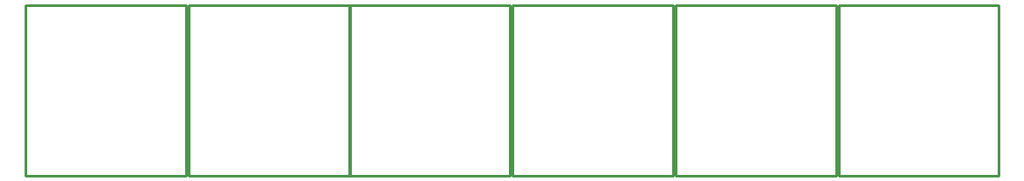
<source format=gbo>
G04 DipTrace 3.3.1.3*
G04 patch_panel_RG-45_5e_cat_24-port_BottomSilk.gbo*
%MOMM*%
G04 #@! TF.FileFunction,Legend,Bot*
G04 #@! TF.Part,Single*
%ADD10C,0.25*%
%FSLAX35Y35*%
G04*
G71*
G90*
G75*
G01*
G04 BotSilk*
%LPD*%
X9552373Y748000D2*
D10*
Y2397000D1*
X8005373D1*
Y748000D1*
X9552373D1*
X7980750D2*
Y2397000D1*
X6433750D1*
Y748000D1*
X7980750D1*
X6409123D2*
Y2397000D1*
X4862123D1*
Y748000D1*
X6409123D1*
X4837500D2*
Y2397000D1*
X3290500D1*
Y748000D1*
X4837500D1*
X3280873D2*
Y2397000D1*
X1733873D1*
Y748000D1*
X3280873D1*
X1709250D2*
Y2397000D1*
X162250D1*
Y748000D1*
X1709250D1*
M02*

</source>
